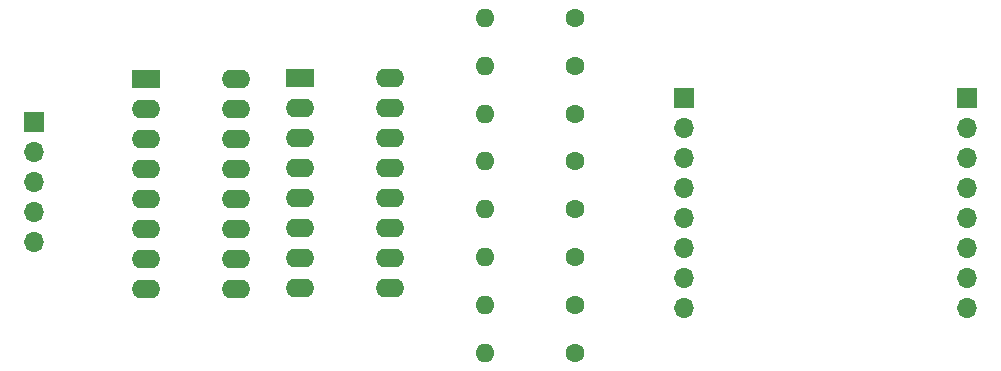
<source format=gbr>
%TF.GenerationSoftware,KiCad,Pcbnew,8.0.5*%
%TF.CreationDate,2024-10-20T14:37:56+01:00*%
%TF.ProjectId,Matrix pcb,4d617472-6978-4207-9063-622e6b696361,rev?*%
%TF.SameCoordinates,Original*%
%TF.FileFunction,Soldermask,Top*%
%TF.FilePolarity,Negative*%
%FSLAX46Y46*%
G04 Gerber Fmt 4.6, Leading zero omitted, Abs format (unit mm)*
G04 Created by KiCad (PCBNEW 8.0.5) date 2024-10-20 14:37:56*
%MOMM*%
%LPD*%
G01*
G04 APERTURE LIST*
%ADD10R,1.700000X1.700000*%
%ADD11O,1.700000X1.700000*%
%ADD12C,1.600000*%
%ADD13O,1.600000X1.600000*%
%ADD14O,2.400000X1.600000*%
%ADD15R,2.400000X1.600000*%
G04 APERTURE END LIST*
D10*
%TO.C,J2*%
X146500000Y-121224100D03*
D11*
X146500000Y-123764100D03*
X146500000Y-126304100D03*
X146500000Y-128844100D03*
X146500000Y-131384100D03*
X146500000Y-133924100D03*
X146500000Y-136464100D03*
X146500000Y-139004100D03*
%TD*%
D12*
%TO.C,R3*%
X113310000Y-134724100D03*
D13*
X105690000Y-134724100D03*
%TD*%
D12*
%TO.C,R5*%
X113310000Y-126624100D03*
D13*
X105690000Y-126624100D03*
%TD*%
D12*
%TO.C,R2*%
X113310000Y-138774100D03*
D13*
X105690000Y-138774100D03*
%TD*%
D12*
%TO.C,R6*%
X113310000Y-122574100D03*
D13*
X105690000Y-122574100D03*
%TD*%
D14*
%TO.C,Rows1*%
X84620000Y-119644100D03*
X84620000Y-122184100D03*
X84620000Y-124724100D03*
X84620000Y-127264100D03*
X84620000Y-129804100D03*
X84620000Y-132344100D03*
X84620000Y-134884100D03*
X84620000Y-137424100D03*
X77000000Y-137424100D03*
X77000000Y-134884100D03*
X77000000Y-132344100D03*
X77000000Y-129804100D03*
X77000000Y-127264100D03*
X77000000Y-124724100D03*
X77000000Y-122184100D03*
D15*
X77000000Y-119644100D03*
%TD*%
D11*
%TO.C,J1*%
X67500000Y-133479100D03*
X67500000Y-130939100D03*
X67500000Y-128399100D03*
X67500000Y-125859100D03*
D10*
X67500000Y-123319100D03*
%TD*%
D12*
%TO.C,R8*%
X113310000Y-114474100D03*
D13*
X105690000Y-114474100D03*
%TD*%
D15*
%TO.C,Columns1*%
X90000000Y-119604100D03*
D14*
X90000000Y-122144100D03*
X90000000Y-124684100D03*
X90000000Y-127224100D03*
X90000000Y-129764100D03*
X90000000Y-132304100D03*
X90000000Y-134844100D03*
X90000000Y-137384100D03*
X97620000Y-137384100D03*
X97620000Y-134844100D03*
X97620000Y-132304100D03*
X97620000Y-129764100D03*
X97620000Y-127224100D03*
X97620000Y-124684100D03*
X97620000Y-122144100D03*
X97620000Y-119604100D03*
%TD*%
D10*
%TO.C,J3*%
X122540000Y-121224100D03*
D11*
X122540000Y-123764100D03*
X122540000Y-126304100D03*
X122540000Y-128844100D03*
X122540000Y-131384100D03*
X122540000Y-133924100D03*
X122540000Y-136464100D03*
X122540000Y-139004100D03*
%TD*%
D12*
%TO.C,R4*%
X113310000Y-130674100D03*
D13*
X105690000Y-130674100D03*
%TD*%
D12*
%TO.C,R7*%
X113310000Y-118524100D03*
D13*
X105690000Y-118524100D03*
%TD*%
D12*
%TO.C,R1*%
X113310000Y-142824100D03*
D13*
X105690000Y-142824100D03*
%TD*%
M02*

</source>
